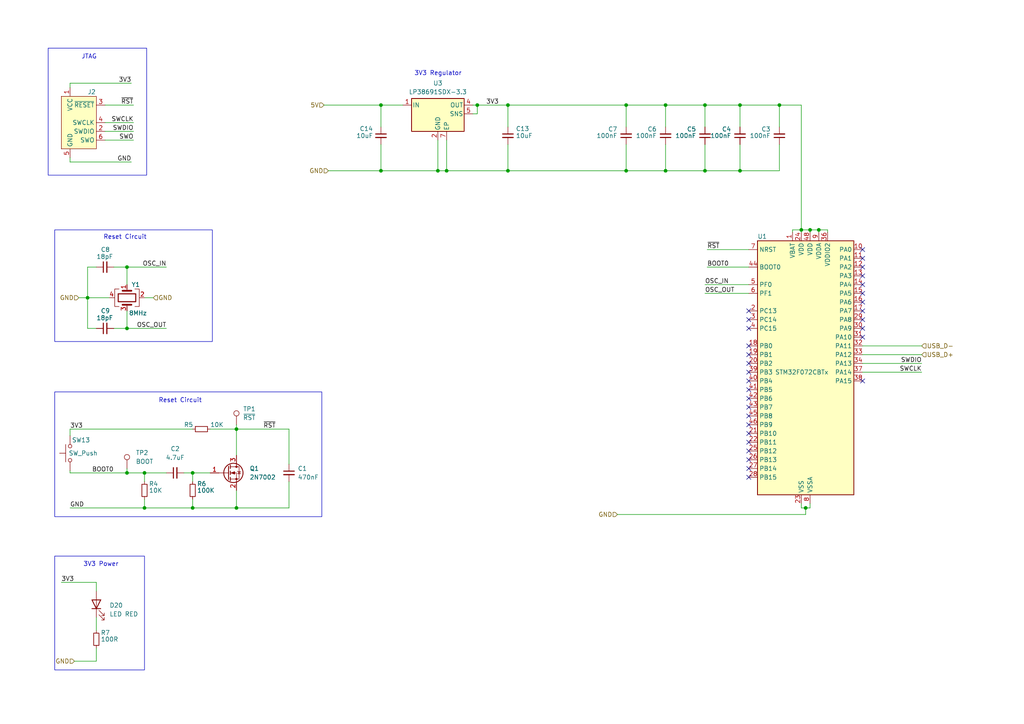
<source format=kicad_sch>
(kicad_sch (version 20231120) (generator "eeschema") (generator_version "8.0")
  (paper "A4")
  (title_block (title "Crumb Catcher") (date "2023-10-25") (rev "A") (company "MadMan"))
  (lib_symbols
    (symbol "Connector:Conn_ARM_SWD_TagConnect_TC2030-NL" (in_bom no)
      (property "Reference" "J" (at 2.54 11.43 0))
      (property "Value" "Conn_ARM_SWD_TagConnect_TC2030-NL" (at 2.54 8.89 0))
      (symbol "Conn_ARM_SWD_TagConnect_TC2030-NL_0_0"
        (pin power_in line (at -2.54 10.16 270) (length 2.54) (name "VCC") (number "1"))
        (pin bidirectional line (at 7.62 -2.54 180) (length 2.54) (name "SWDIO") (number "2"))
        (pin open_collector line (at 7.62 5.08 180) (length 2.54) (name "~{RESET}") (number "3"))
        (pin output line (at 7.62 0 180) (length 2.54) (name "SWCLK") (number "4"))
        (pin power_in line (at -2.54 -10.16 90) (length 2.54) (name "GND") (number "5"))
        (pin input line (at 7.62 -5.08 180) (length 2.54) (name "SWO") (number "6"))
      )
      (symbol "Conn_ARM_SWD_TagConnect_TC2030-NL_0_1"
        (rectangle (start -5.08 7.62) (end 5.08 -7.62) (fill (type background)))
      )
    )
    (symbol "Connector:TestPoint" (pin_numbers hide) (pin_names (offset 0.762) hide)
      (property "Reference" "TP" (at 0 6.858 0))
      (property "Value" "TestPoint" (at 0 5.08 0))
      (symbol "TestPoint_0_1"
        (circle (center 0 3.302) (radius 0.762))
      )
      (symbol "TestPoint_1_1"
        (pin passive line (at 0 0 90) (length 2.54) (name "1") (number "1"))
      )
    )
    (symbol "Device:C_Small" (pin_numbers hide) (pin_names (offset 0.254) hide)
      (property "Reference" "C" (at 0.254 1.778 0))
      (property "Value" "C_Small" (at 0.254 -2.032 0))
      (symbol "C_Small_0_1"
        (polyline (pts (xy -1.524 -0.508) (xy 1.524 -0.508)) (stroke (width 0.3302)))
        (polyline (pts (xy -1.524 0.508) (xy 1.524 0.508)) (stroke (width 0.3048)))
      )
      (symbol "C_Small_1_1"
        (pin passive line (at 0 2.54 270) (length 2.032) (name "~") (number "1"))
        (pin passive line (at 0 -2.54 90) (length 2.032) (name "~") (number "2"))
      )
    )
    (symbol "Device:Crystal_GND24" (pin_names (offset 1.016) hide)
      (property "Reference" "Y" (at 3.175 5.08 0))
      (property "Value" "Crystal_GND24" (at 3.175 3.175 0))
      (symbol "Crystal_GND24_0_1"
        (rectangle (start -1.143 2.54) (end 1.143 -2.54) (stroke (width 0.3048)))
        (polyline (pts (xy -2.54 0) (xy -2.032 0)))
        (polyline (pts (xy -2.032 -1.27) (xy -2.032 1.27)) (stroke (width 0.508)))
        (polyline (pts (xy 0 -3.81) (xy 0 -3.556)))
        (polyline (pts (xy 0 3.556) (xy 0 3.81)))
        (polyline (pts (xy 2.032 -1.27) (xy 2.032 1.27)) (stroke (width 0.508)))
        (polyline (pts (xy 2.032 0) (xy 2.54 0)))
        (polyline (pts (xy -2.54 -2.286) (xy -2.54 -3.556) (xy 2.54 -3.556) (xy 2.54 -2.286)))
        (polyline (pts (xy -2.54 2.286) (xy -2.54 3.556) (xy 2.54 3.556) (xy 2.54 2.286)))
      )
      (symbol "Crystal_GND24_1_1"
        (pin passive line (at -3.81 0 0) (length 1.27) (name "1") (number "1"))
        (pin passive line (at 0 5.08 270) (length 1.27) (name "2") (number "2"))
        (pin passive line (at 3.81 0 180) (length 1.27) (name "3") (number "3"))
        (pin passive line (at 0 -5.08 90) (length 1.27) (name "4") (number "4"))
      )
    )
    (symbol "Device:LED" (pin_numbers hide) (pin_names (offset 1.016) hide)
      (property "Reference" "D" (at 0 2.54 0))
      (property "Value" "LED" (at 0 -2.54 0))
      (symbol "LED_0_1"
        (polyline (pts (xy -1.27 -1.27) (xy -1.27 1.27)) (stroke (width 0.254)))
        (polyline (pts (xy -1.27 0) (xy 1.27 0)))
        (polyline (pts (xy 1.27 -1.27) (xy 1.27 1.27) (xy -1.27 0) (xy 1.27 -1.27)) (stroke (width 0.254)))
        (polyline (pts (xy -3.048 -0.762) (xy -4.572 -2.286) (xy -3.81 -2.286) (xy -4.572 -2.286) (xy -4.572 -1.524)))
        (polyline (pts (xy -1.778 -0.762) (xy -3.302 -2.286) (xy -2.54 -2.286) (xy -3.302 -2.286) (xy -3.302 -1.524)))
      )
      (symbol "LED_1_1"
        (pin passive line (at -3.81 0 0) (length 2.54) (name "K") (number "1"))
        (pin passive line (at 3.81 0 180) (length 2.54) (name "A") (number "2"))
      )
    )
    (symbol "Device:R_Small" (pin_numbers hide) (pin_names (offset 0.254) hide)
      (property "Reference" "R" (at 0.762 0.508 0))
      (property "Value" "R_Small" (at 0.762 -1.016 0))
      (symbol "R_Small_0_1"
        (rectangle (start -0.762 1.778) (end 0.762 -1.778) (stroke (width 0.2032)))
      )
      (symbol "R_Small_1_1"
        (pin passive line (at 0 2.54 270) (length 0.762) (name "~") (number "1"))
        (pin passive line (at 0 -2.54 90) (length 0.762) (name "~") (number "2"))
      )
    )
    (symbol "MCU_ST_STM32F0:STM32F072CBTx"
      (property "Reference" "U" (at -12.7 39.37 0))
      (property "Value" "STM32F072CBTx" (at 10.16 39.37 0))
      (symbol "STM32F072CBTx_0_1"
        (rectangle (start -12.7 -35.56) (end 15.24 38.1) (stroke (width 0.254)) (fill (type background)))
      )
      (symbol "STM32F072CBTx_1_1"
        (pin power_in line (at -2.54 40.64 270) (length 2.54) (name "VBAT") (number "1"))
        (pin bidirectional line (at 17.78 35.56 180) (length 2.54) (name "PA0") (number "10"))
        (pin bidirectional line (at 17.78 33.02 180) (length 2.54) (name "PA1") (number "11"))
        (pin bidirectional line (at 17.78 30.48 180) (length 2.54) (name "PA2") (number "12"))
        (pin bidirectional line (at 17.78 27.94 180) (length 2.54) (name "PA3") (number "13"))
        (pin bidirectional line (at 17.78 25.4 180) (length 2.54) (name "PA4") (number "14"))
        (pin bidirectional line (at 17.78 22.86 180) (length 2.54) (name "PA5") (number "15"))
        (pin bidirectional line (at 17.78 20.32 180) (length 2.54) (name "PA6") (number "16"))
        (pin bidirectional line (at 17.78 17.78 180) (length 2.54) (name "PA7") (number "17"))
        (pin bidirectional line (at -15.24 7.62 0) (length 2.54) (name "PB0") (number "18"))
        (pin bidirectional line (at -15.24 5.08 0) (length 2.54) (name "PB1") (number "19"))
        (pin bidirectional line (at -15.24 17.78 0) (length 2.54) (name "PC13") (number "2"))
        (pin bidirectional line (at -15.24 2.54 0) (length 2.54) (name "PB2") (number "20"))
        (pin bidirectional line (at -15.24 -17.78 0) (length 2.54) (name "PB10") (number "21"))
        (pin bidirectional line (at -15.24 -20.32 0) (length 2.54) (name "PB11") (number "22"))
        (pin power_in line (at 0 -38.1 90) (length 2.54) (name "VSS") (number "23"))
        (pin power_in line (at 0 40.64 270) (length 2.54) (name "VDD") (number "24"))
        (pin bidirectional line (at -15.24 -22.86 0) (length 2.54) (name "PB12") (number "25"))
        (pin bidirectional line (at -15.24 -25.4 0) (length 2.54) (name "PB13") (number "26"))
        (pin bidirectional line (at -15.24 -27.94 0) (length 2.54) (name "PB14") (number "27"))
        (pin bidirectional line (at -15.24 -30.48 0) (length 2.54) (name "PB15") (number "28"))
        (pin bidirectional line (at 17.78 15.24 180) (length 2.54) (name "PA8") (number "29"))
        (pin bidirectional line (at -15.24 15.24 0) (length 2.54) (name "PC14") (number "3"))
        (pin bidirectional line (at 17.78 12.7 180) (length 2.54) (name "PA9") (number "30"))
        (pin bidirectional line (at 17.78 10.16 180) (length 2.54) (name "PA10") (number "31"))
        (pin bidirectional line (at 17.78 7.62 180) (length 2.54) (name "PA11") (number "32"))
        (pin bidirectional line (at 17.78 5.08 180) (length 2.54) (name "PA12") (number "33"))
        (pin bidirectional line (at 17.78 2.54 180) (length 2.54) (name "PA13") (number "34"))
        (pin passive line (at 0 -38.1 90) (length 2.54) hide (name "VSS") (number "35"))
        (pin power_in line (at 7.62 40.64 270) (length 2.54) (name "VDDIO2") (number "36"))
        (pin bidirectional line (at 17.78 0 180) (length 2.54) (name "PA14") (number "37"))
        (pin bidirectional line (at 17.78 -2.54 180) (length 2.54) (name "PA15") (number "38"))
        (pin bidirectional line (at -15.24 0 0) (length 2.54) (name "PB3") (number "39"))
        (pin bidirectional line (at -15.24 12.7 0) (length 2.54) (name "PC15") (number "4"))
        (pin bidirectional line (at -15.24 -2.54 0) (length 2.54) (name "PB4") (number "40"))
        (pin bidirectional line (at -15.24 -5.08 0) (length 2.54) (name "PB5") (number "41"))
        (pin bidirectional line (at -15.24 -7.62 0) (length 2.54) (name "PB6") (number "42"))
        (pin bidirectional line (at -15.24 -10.16 0) (length 2.54) (name "PB7") (number "43"))
        (pin input line (at -15.24 30.48 0) (length 2.54) (name "BOOT0") (number "44"))
        (pin bidirectional line (at -15.24 -12.7 0) (length 2.54) (name "PB8") (number "45"))
        (pin bidirectional line (at -15.24 -15.24 0) (length 2.54) (name "PB9") (number "46"))
        (pin passive line (at 0 -38.1 90) (length 2.54) hide (name "VSS") (number "47"))
        (pin power_in line (at 2.54 40.64 270) (length 2.54) (name "VDD") (number "48"))
        (pin bidirectional line (at -15.24 25.4 0) (length 2.54) (name "PF0") (number "5"))
        (pin bidirectional line (at -15.24 22.86 0) (length 2.54) (name "PF1") (number "6"))
        (pin input line (at -15.24 35.56 0) (length 2.54) (name "NRST") (number "7"))
        (pin power_in line (at 2.54 -38.1 90) (length 2.54) (name "VSSA") (number "8"))
        (pin power_in line (at 5.08 40.64 270) (length 2.54) (name "VDDA") (number "9"))
      )
    )
    (symbol "Regulator_Linear:LP38691SD-3.3" (pin_names (offset 0.254))
      (property "Reference" "U" (at -6.35 5.715 0))
      (property "Value" "LP38691SD-3.3" (at 0 5.715 0))
      (symbol "LP38691SD-3.3_0_1"
        (rectangle (start -7.62 -5.08) (end 7.62 4.445) (stroke (width 0.254)) (fill (type background)))
      )
      (symbol "LP38691SD-3.3_1_1"
        (pin power_in line (at -10.16 2.54 0) (length 2.54) (name "IN") (number "1"))
        (pin power_in line (at 0 -7.62 90) (length 2.54) (name "GND") (number "2"))
        (pin no_connect line (at -7.62 0 0) (length 2.54) hide (name "NC") (number "3"))
        (pin power_out line (at 10.16 2.54 180) (length 2.54) (name "OUT") (number "4"))
        (pin input line (at 10.16 0 180) (length 2.54) (name "SNS") (number "5"))
        (pin passive line (at -10.16 2.54 0) (length 2.54) hide (name "IN") (number "6"))
        (pin passive line (at 2.54 -7.62 90) (length 2.54) (name "EP") (number "7"))
      )
    )
    (symbol "Switch:SW_Push" (pin_numbers hide) (pin_names (offset 1.016) hide)
      (property "Reference" "SW" (at 1.27 2.54 0))
      (property "Value" "SW_Push" (at 0 -1.524 0))
      (symbol "SW_Push_0_1"
        (circle (center -2.032 0) (radius 0.508))
        (polyline (pts (xy 0 1.27) (xy 0 3.048)))
        (polyline (pts (xy 2.54 1.27) (xy -2.54 1.27)))
        (circle (center 2.032 0) (radius 0.508))
        (pin passive line (at -5.08 0 0) (length 2.54) (name "1") (number "1"))
        (pin passive line (at 5.08 0 180) (length 2.54) (name "2") (number "2"))
      )
    )
    (symbol "Transistor_FET:2N7002" (pin_names hide)
      (property "Reference" "Q" (at 5.08 1.905 0))
      (property "Value" "2N7002" (at 5.08 0 0))
      (symbol "2N7002_0_1"
        (polyline (pts (xy 0.254 0) (xy -2.54 0)))
        (polyline (pts (xy 0.254 1.905) (xy 0.254 -1.905)) (stroke (width 0.254)))
        (polyline (pts (xy 0.762 -1.27) (xy 0.762 -2.286)) (stroke (width 0.254)))
        (polyline (pts (xy 0.762 0.508) (xy 0.762 -0.508)) (stroke (width 0.254)))
        (polyline (pts (xy 0.762 2.286) (xy 0.762 1.27)) (stroke (width 0.254)))
        (polyline (pts (xy 2.54 2.54) (xy 2.54 1.778)))
        (polyline (pts (xy 2.54 -2.54) (xy 2.54 0) (xy 0.762 0)))
        (polyline (pts (xy 0.762 -1.778) (xy 3.302 -1.778) (xy 3.302 1.778) (xy 0.762 1.778)))
        (polyline (pts (xy 1.016 0) (xy 2.032 0.381) (xy 2.032 -0.381) (xy 1.016 0)) (fill (type outline)))
        (polyline (pts (xy 2.794 0.508) (xy 2.921 0.381) (xy 3.683 0.381) (xy 3.81 0.254)))
        (polyline (pts (xy 3.302 0.381) (xy 2.921 -0.254) (xy 3.683 -0.254) (xy 3.302 0.381)))
        (circle (center 1.651 0) (radius 2.794) (stroke (width 0.254)))
        (circle (center 2.54 -1.778) (radius 0.254) (fill (type outline)))
        (circle (center 2.54 1.778) (radius 0.254) (fill (type outline)))
      )
      (symbol "2N7002_1_1"
        (pin input line (at -5.08 0 0) (length 2.54) (name "G") (number "1"))
        (pin passive line (at 2.54 -5.08 90) (length 2.54) (name "S") (number "2"))
        (pin passive line (at 2.54 5.08 270) (length 2.54) (name "D") (number "3"))
      )
    )
  )
  (junction (at 25.4 86.36))
  (junction (at 68.58 124.46))
  (junction (at 237.49 66.675))
  (junction (at 181.61 49.53))
  (junction (at 55.88 137.16))
  (junction (at 181.61 30.48))
  (junction (at 129.54 49.53))
  (junction (at 110.49 49.53))
  (junction (at 204.47 49.53))
  (junction (at 214.63 30.48))
  (junction (at 193.04 49.53))
  (junction (at 127 49.53))
  (junction (at 36.83 95.25))
  (junction (at 147.32 30.48))
  (junction (at 214.63 49.53))
  (junction (at 41.91 147.32))
  (junction (at 226.06 30.48))
  (junction (at 193.04 30.48))
  (junction (at 232.41 66.675))
  (junction (at 110.49 30.48))
  (junction (at 204.47 30.48))
  (junction (at 36.83 137.16))
  (junction (at 234.95 66.675))
  (junction (at 55.88 147.32))
  (junction (at 68.58 147.32))
  (junction (at 36.83 77.47))
  (junction (at 138.43 30.48))
  (junction (at 147.32 49.53))
  (junction (at 233.68 147.32))
  (junction (at 41.91 137.16))
  (no_connect (at 217.17 102.87))
  (no_connect (at 250.19 80.01))
  (no_connect (at 250.19 110.49))
  (no_connect (at 217.17 128.27))
  (no_connect (at 250.19 77.47))
  (no_connect (at 217.17 110.49))
  (no_connect (at 250.19 72.39))
  (no_connect (at 250.19 82.55))
  (no_connect (at 217.17 130.81))
  (no_connect (at 217.17 95.25))
  (no_connect (at 250.19 92.71))
  (no_connect (at 250.19 85.09))
  (no_connect (at 250.19 90.17))
  (no_connect (at 217.17 113.03))
  (no_connect (at 217.17 133.35))
  (no_connect (at 217.17 115.57))
  (no_connect (at 217.17 125.73))
  (no_connect (at 217.17 100.33))
  (no_connect (at 217.17 107.95))
  (no_connect (at 250.19 95.25))
  (no_connect (at 217.17 92.71))
  (no_connect (at 217.17 138.43))
  (no_connect (at 250.19 97.79))
  (no_connect (at 217.17 90.17))
  (no_connect (at 250.19 74.93))
  (no_connect (at 217.17 105.41))
  (no_connect (at 217.17 118.11))
  (no_connect (at 217.17 123.19))
  (no_connect (at 217.17 135.89))
  (no_connect (at 250.19 87.63))
  (no_connect (at 217.17 120.65))
  (wire (pts (xy 193.04 30.48) (xy 193.04 36.83)))
  (wire (pts (xy 20.32 137.16) (xy 36.83 137.16)))
  (wire (pts (xy 214.63 41.91) (xy 214.63 49.53)))
  (wire (pts (xy 41.91 137.16) (xy 41.91 139.7)))
  (wire (pts (xy 95.25 49.53) (xy 110.49 49.53)))
  (wire (pts (xy 234.95 147.32) (xy 234.95 146.05)))
  (wire (pts (xy 232.41 147.32) (xy 232.41 146.05)))
  (wire (pts (xy 20.32 124.46) (xy 20.32 126.365)))
  (wire (pts (xy 44.45 86.36) (xy 41.91 86.36)))
  (wire (pts (xy 179.07 149.225) (xy 233.68 149.225)))
  (wire (pts (xy 138.43 33.02) (xy 137.16 33.02)))
  (wire (pts (xy 240.03 66.675) (xy 240.03 67.31)))
  (wire (pts (xy 27.94 95.25) (xy 25.4 95.25)))
  (wire (pts (xy 233.68 149.225) (xy 233.68 147.32)))
  (wire (pts (xy 233.68 147.32) (xy 234.95 147.32)))
  (wire (pts (xy 17.78 168.91) (xy 27.94 168.91)))
  (wire (pts (xy 25.4 77.47) (xy 25.4 86.36)))
  (wire (pts (xy 30.48 30.48) (xy 38.735 30.48)))
  (wire (pts (xy 55.88 144.78) (xy 55.88 147.32)))
  (wire (pts (xy 30.48 40.64) (xy 38.735 40.64)))
  (wire (pts (xy 83.82 139.7) (xy 83.82 147.32)))
  (wire (pts (xy 237.49 66.675) (xy 240.03 66.675)))
  (wire (pts (xy 127 49.53) (xy 127 40.64)))
  (wire (pts (xy 60.96 124.46) (xy 68.58 124.46)))
  (wire (pts (xy 181.61 49.53) (xy 193.04 49.53)))
  (wire (pts (xy 20.32 147.32) (xy 41.91 147.32)))
  (wire (pts (xy 250.19 107.95) (xy 267.335 107.95)))
  (wire (pts (xy 250.19 100.33) (xy 267.335 100.33)))
  (wire (pts (xy 129.54 49.53) (xy 147.32 49.53)))
  (wire (pts (xy 214.63 30.48) (xy 226.06 30.48)))
  (wire (pts (xy 53.34 137.16) (xy 55.88 137.16)))
  (wire (pts (xy 110.49 49.53) (xy 127 49.53)))
  (wire (pts (xy 68.58 124.46) (xy 83.82 124.46)))
  (wire (pts (xy 41.91 147.32) (xy 41.91 144.78)))
  (wire (pts (xy 205.105 72.39) (xy 217.17 72.39)))
  (wire (pts (xy 193.04 49.53) (xy 204.47 49.53)))
  (wire (pts (xy 234.95 66.675) (xy 237.49 66.675)))
  (wire (pts (xy 36.83 90.17) (xy 36.83 95.25)))
  (wire (pts (xy 181.61 30.48) (xy 181.61 36.83)))
  (wire (pts (xy 204.47 30.48) (xy 204.47 36.83)))
  (wire (pts (xy 147.32 41.91) (xy 147.32 49.53)))
  (wire (pts (xy 27.94 168.91) (xy 27.94 171.45)))
  (wire (pts (xy 232.41 30.48) (xy 232.41 66.675)))
  (wire (pts (xy 38.1 24.13) (xy 20.32 24.13)))
  (wire (pts (xy 38.1 46.99) (xy 20.32 46.99)))
  (wire (pts (xy 27.94 77.47) (xy 25.4 77.47)))
  (wire (pts (xy 232.41 66.675) (xy 232.41 67.31)))
  (wire (pts (xy 93.98 30.48) (xy 110.49 30.48)))
  (wire (pts (xy 20.32 46.99) (xy 20.32 45.72)))
  (wire (pts (xy 232.41 30.48) (xy 226.06 30.48)))
  (wire (pts (xy 226.06 30.48) (xy 226.06 36.83)))
  (wire (pts (xy 147.32 30.48) (xy 181.61 30.48)))
  (wire (pts (xy 204.47 85.09) (xy 217.17 85.09)))
  (wire (pts (xy 181.61 30.48) (xy 193.04 30.48)))
  (wire (pts (xy 138.43 30.48) (xy 138.43 33.02)))
  (wire (pts (xy 41.91 137.16) (xy 48.26 137.16)))
  (wire (pts (xy 83.82 124.46) (xy 83.82 134.62)))
  (wire (pts (xy 25.4 95.25) (xy 25.4 86.36)))
  (wire (pts (xy 138.43 30.48) (xy 147.32 30.48)))
  (wire (pts (xy 25.4 86.36) (xy 31.75 86.36)))
  (wire (pts (xy 129.54 49.53) (xy 129.54 40.64)))
  (wire (pts (xy 205.105 77.47) (xy 217.17 77.47)))
  (wire (pts (xy 30.48 35.56) (xy 38.735 35.56)))
  (wire (pts (xy 22.86 86.36) (xy 25.4 86.36)))
  (wire (pts (xy 36.83 77.47) (xy 48.26 77.47)))
  (wire (pts (xy 36.83 82.55) (xy 36.83 77.47)))
  (wire (pts (xy 33.02 95.25) (xy 36.83 95.25)))
  (wire (pts (xy 226.06 41.91) (xy 226.06 49.53)))
  (wire (pts (xy 55.88 137.16) (xy 55.88 139.7)))
  (wire (pts (xy 68.58 123.19) (xy 68.58 124.46)))
  (wire (pts (xy 20.32 124.46) (xy 55.88 124.46)))
  (wire (pts (xy 229.87 66.675) (xy 229.87 67.31)))
  (wire (pts (xy 147.32 49.53) (xy 181.61 49.53)))
  (wire (pts (xy 68.58 142.24) (xy 68.58 147.32)))
  (wire (pts (xy 147.32 30.48) (xy 147.32 36.83)))
  (wire (pts (xy 214.63 49.53) (xy 226.06 49.53)))
  (wire (pts (xy 204.47 82.55) (xy 217.17 82.55)))
  (wire (pts (xy 181.61 41.91) (xy 181.61 49.53)))
  (wire (pts (xy 110.49 30.48) (xy 116.84 30.48)))
  (wire (pts (xy 204.47 41.91) (xy 204.47 49.53)))
  (wire (pts (xy 55.88 137.16) (xy 60.96 137.16)))
  (wire (pts (xy 68.58 147.32) (xy 83.82 147.32)))
  (wire (pts (xy 27.94 179.07) (xy 27.94 182.88)))
  (wire (pts (xy 232.41 66.675) (xy 234.95 66.675)))
  (wire (pts (xy 138.43 30.48) (xy 137.16 30.48)))
  (wire (pts (xy 20.32 24.13) (xy 20.32 25.4)))
  (wire (pts (xy 127 49.53) (xy 129.54 49.53)))
  (wire (pts (xy 234.95 66.675) (xy 234.95 67.31)))
  (wire (pts (xy 250.19 105.41) (xy 267.335 105.41)))
  (wire (pts (xy 30.48 38.1) (xy 38.735 38.1)))
  (wire (pts (xy 214.63 30.48) (xy 214.63 36.83)))
  (wire (pts (xy 232.41 147.32) (xy 233.68 147.32)))
  (wire (pts (xy 36.83 95.25) (xy 48.26 95.25)))
  (wire (pts (xy 193.04 41.91) (xy 193.04 49.53)))
  (wire (pts (xy 204.47 49.53) (xy 214.63 49.53)))
  (wire (pts (xy 110.49 41.91) (xy 110.49 49.53)))
  (wire (pts (xy 36.83 137.16) (xy 41.91 137.16)))
  (wire (pts (xy 250.19 102.87) (xy 267.335 102.87)))
  (wire (pts (xy 21.59 191.77) (xy 27.94 191.77)))
  (wire (pts (xy 237.49 66.675) (xy 237.49 67.31)))
  (wire (pts (xy 55.88 147.32) (xy 68.58 147.32)))
  (wire (pts (xy 20.32 137.16) (xy 20.32 136.525)))
  (wire (pts (xy 110.49 30.48) (xy 110.49 36.83)))
  (wire (pts (xy 68.58 124.46) (xy 68.58 132.08)))
  (wire (pts (xy 55.88 147.32) (xy 41.91 147.32)))
  (wire (pts (xy 214.63 30.48) (xy 204.47 30.48)))
  (wire (pts (xy 229.87 66.675) (xy 232.41 66.675)))
  (wire (pts (xy 36.83 135.89) (xy 36.83 137.16)))
  (wire (pts (xy 193.04 30.48) (xy 204.47 30.48)))
  (wire (pts (xy 33.02 77.47) (xy 36.83 77.47)))
  (wire (pts (xy 27.94 187.96) (xy 27.94 191.77)))
  (rectangle (start 13.97 13.97) (end 42.545 50.8))
  (rectangle (start 15.875 66.675) (end 61.595 99.06))
  (rectangle (start 15.875 161.29) (end 41.91 194.31))
  (rectangle (start 15.875 113.665) (end 93.345 149.86))
  (text "3V3 Regulator" (at 120.142 22.098 0) (effects (font (size 1.27 1.27)) (justify left bottom)))
  (text "Reset Circuit" (at 29.972 69.596 0) (effects (font (size 1.27 1.27)) (justify left bottom)))
  (text "3V3 Power" (at 24.13 164.465 0) (effects (font (size 1.27 1.27)) (justify left bottom)))
  (text "JTAG" (at 23.622 17.272 0) (effects (font (size 1.27 1.27)) (justify left bottom)))
  (text "Reset Circuit" (at 45.974 116.967 0) (effects (font (size 1.27 1.27)) (justify left bottom)))
  (label "BOOT0" (at 26.67 137.16 0))
  (label "~{RST}" (at 80.01 124.46 180))
  (label "GND" (at 38.1 46.99 180))
  (label "SWCLK" (at 38.735 35.56 180))
  (label "3V3" (at 20.32 124.46 0))
  (label "3V3" (at 140.97 30.48 0))
  (label "~{RST}" (at 38.735 30.48 180))
  (label "OSC_IN" (at 204.47 82.55 0))
  (label "3V3" (at 17.78 168.91 0))
  (label "SWO" (at 38.735 40.64 180))
  (label "SWDIO" (at 267.335 105.41 180))
  (label "BOOT0" (at 205.105 77.47 0))
  (label "~{RST}" (at 205.105 72.39 0))
  (label "OSC_OUT" (at 48.26 95.25 180))
  (label "OSC_OUT" (at 204.47 85.09 0))
  (label "3V3" (at 38.1 24.13 180))
  (label "OSC_IN" (at 48.26 77.47 180))
  (label "GND" (at 20.32 147.32 0))
  (label "SWDIO" (at 38.735 38.1 180))
  (label "SWCLK" (at 267.335 107.95 180))
  (hierarchical_label "5V" (shape input) (at 93.98 30.48 180))
  (hierarchical_label "GND" (shape input) (at 95.25 49.53 180))
  (hierarchical_label "GND" (shape input) (at 22.86 86.36 180))
  (hierarchical_label "GND" (shape input) (at 44.45 86.36 0))
  (hierarchical_label "USB_D-" (shape input) (at 267.335 100.33 0))
  (hierarchical_label "GND" (shape input) (at 179.07 149.225 180))
  (hierarchical_label "GND" (shape input) (at 21.59 191.77 180))
  (hierarchical_label "USB_D+" (shape input) (at 267.335 102.87 0))
  (symbol (lib_id "Device:C_Small") (at 181.61 39.37 0) (mirror x) (unit 1)
    (property "Reference" "C7" (at 179.07 37.465 0) (effects (justify right)))
    (property "Value" "100nF" (at 179.07 39.37 0) (effects (justify right)))
    (property "Footprint" "Capacitor_SMD:C_0402_1005Metric" (effects (hide yes)))
    (property "Datasheet" "https://au.mouser.com/datasheet/2/447/KEM_C1002_X7R_SMD-3316098.pdf" (effects (hide yes)))
    (property "Description" "0.1 µF ±10% 25V Ceramic Capacitor X7R 0402 (1005 Metric)" (effects (hide yes)))
    (property "MPN" "C0402C104K3RAC7867 KEMET  $0.33  CAP CER 0.1UF 25V X7R 0402 Digikey 399-14148-1-ND  KEMET  $0.33  CAP CER 0.1UF 25V X7R 0402 Digikey 399-14148-1-ND " (effects (hide yes)))
    (property "Manufacturer" "KEMET" (effects (hide yes)))
    (property "Price" "$0.33 " (effects (hide yes)))
    (property "Rating" "CAP CER 0.1UF 25V X7R 0402" (effects (hide yes)))
    (property "Supplier" "Digikey" (effects (hide yes)))
    (property "Supplier PN" "399-14148-1-ND" (effects (hide yes)))
  )
  (symbol (lib_id "Connector:TestPoint") (at 68.58 123.19 0) (unit 1) (in_bom no)
    (property "Reference" "TP1" (at 70.485 118.618 0) (effects (justify left)))
    (property "Value" "~{RST}" (at 70.485 121.158 0) (effects (justify left)))
  )
  (symbol (lib_id "Regulator_Linear:LP38691SD-3.3") (at 127 33.02 0) (unit 1)
    (property "Reference" "U3" (at 127 24.13 0))
    (property "Value" "LP38691SDX-3.3" (at 127 26.67 0))
    (property "Footprint" "Package_SON:WSON-6-1EP_3x3mm_P0.95mm" (effects (hide yes)))
    (property "Datasheet" "https://www.ti.com/lit/ds/symlink/lp38691.pdf" (effects (hide yes)))
    (property "Description" "Linear Voltage Regulator IC Positive Fixed 1 Output 500mA 6-WSON (3x3)" (effects (hide yes)))
    (property "Price" "$2.40" (effects (hide yes)))
    (property "Rating" "IC REG LINEAR 3.3V 500MA 6WSON" (effects (hide yes)))
    (property "Supplier" "Digikey" (effects (hide yes)))
    (property "Supplier PN" "296-LP38691SDX-3.3/NOPBCT-ND" (effects (hide yes)))
    (property "Manufacturer" "Texas Instruments" (effects (hide yes)))
    (property "MPN" "LP38691SDX-3.3/NOPB" (effects (hide yes)))
  )
  (symbol (lib_id "Device:C_Small") (at 30.48 95.25 90) (mirror x) (unit 1)
    (property "Reference" "C9" (at 29.21 90.17 90) (effects (justify right)))
    (property "Value" "18pF" (at 27.94 92.202 90) (effects (justify right)))
    (property "Footprint" "Capacitor_SMD:C_0402_1005Metric" (effects (hide yes)))
    (property "Datasheet" "https://www.yageo.com/upload/media/product/productsearch/datasheet/mlcc/UPY-GP_NP0_16V-to-50V_18.pdf" (effects (hide yes)))
    (property "Description" "18 pF ±1% 50V Ceramic Capacitor C0G, NP0 0402 (1005 Metric)" (effects (hide yes)))
    (property "MPN" "CC0402FRNPO9BN180" (effects (hide yes)))
    (property "Manufacturer" "YAGEO" (effects (hide yes)))
    (property "Price" "$0.16 " (effects (hide yes)))
    (property "Rating" "CAP CER 18PF 50V C0G/NPO 0402" (effects (hide yes)))
    (property "Supplier" "Digikey" (effects (hide yes)))
    (property "Supplier PN" "311-1643-1-ND" (effects (hide yes)))
  )
  (symbol (lib_id "MCU_ST_STM32F0:STM32F072CBTx") (at 232.41 107.95 0) (unit 1)
    (property "Reference" "U1" (at 219.71 68.58 0) (effects (justify left)))
    (property "Value" "STM32F072CBTx" (at 224.79 107.95 0) (effects (justify left)))
    (property "Footprint" "Package_QFP:LQFP-48_7x7mm_P0.5mm" (effects (hide yes)))
    (property "Datasheet" "https://www.st.com/resource/en/datasheet/stm32f072cb.pdf" (effects (hide yes)))
  )
  (symbol (lib_id "Device:C_Small") (at 226.06 39.37 0) (mirror x) (unit 1)
    (property "Reference" "C3" (at 223.52 37.465 0) (effects (justify right)))
    (property "Value" "100nF" (at 223.52 39.37 0) (effects (justify right)))
    (property "Footprint" "Capacitor_SMD:C_0402_1005Metric" (effects (hide yes)))
    (property "Datasheet" "https://au.mouser.com/datasheet/2/447/KEM_C1002_X7R_SMD-3316098.pdf" (effects (hide yes)))
    (property "Description" "0.1 µF ±10% 25V Ceramic Capacitor X7R 0402 (1005 Metric)" (effects (hide yes)))
    (property "MPN" "C0402C104K3RAC7867 KEMET  $0.33  CAP CER 0.1UF 25V X7R 0402 Digikey 399-14148-1-ND  KEMET  $0.33  CAP CER 0.1UF 25V X7R 0402 Digikey 399-14148-1-ND " (effects (hide yes)))
    (property "Manufacturer" "KEMET" (effects (hide yes)))
    (property "Price" "$0.33 " (effects (hide yes)))
    (property "Rating" "CAP CER 0.1UF 25V X7R 0402" (effects (hide yes)))
    (property "Supplier" "Digikey" (effects (hide yes)))
    (property "Supplier PN" "399-14148-1-ND" (effects (hide yes)))
  )
  (symbol (lib_id "Device:R_Small") (at 27.94 185.42 180) (unit 1)
    (property "Reference" "R7" (at 29.21 183.515 0) (effects (justify right)))
    (property "Value" "100R" (at 29.21 185.42 0) (effects (justify right)))
    (property "Footprint" "Resistor_SMD:R_0603_1608Metric" (effects (hide yes)))
  )
  (symbol (lib_id "Device:C_Small") (at 30.48 77.47 90) (mirror x) (unit 1)
    (property "Reference" "C8" (at 29.21 72.39 90) (effects (justify right)))
    (property "Value" "18pF" (at 27.94 74.422 90) (effects (justify right)))
    (property "Footprint" "Capacitor_SMD:C_0402_1005Metric" (effects (hide yes)))
    (property "Datasheet" "https://www.yageo.com/upload/media/product/productsearch/datasheet/mlcc/UPY-GP_NP0_16V-to-50V_18.pdf" (effects (hide yes)))
    (property "Description" "18 pF ±1% 50V Ceramic Capacitor C0G, NP0 0402 (1005 Metric)" (effects (hide yes)))
    (property "MPN" "CC0402FRNPO9BN180" (effects (hide yes)))
    (property "Manufacturer" "YAGEO" (effects (hide yes)))
    (property "Price" "$0.16 " (effects (hide yes)))
    (property "Rating" "CAP CER 18PF 50V C0G/NPO 0402" (effects (hide yes)))
    (property "Supplier" "Digikey" (effects (hide yes)))
    (property "Supplier PN" "311-1643-1-ND" (effects (hide yes)))
  )
  (symbol (lib_id "Transistor_FET:2N7002") (at 66.04 137.16 0) (unit 1)
    (property "Reference" "Q1" (at 72.39 135.89 0) (effects (justify left)))
    (property "Value" "2N7002" (at 72.39 138.43 0) (effects (justify left)))
    (property "Footprint" "Package_TO_SOT_SMD:SOT-23" (effects (hide yes)))
    (property "Datasheet" "https://www.onsemi.com/pub/Collateral/NDS7002A-D.PDF" (effects (hide yes)))
  )
  (symbol (lib_id "Device:C_Small") (at 147.32 39.37 0) (unit 1)
    (property "Reference" "C13" (at 149.606 37.338 0) (effects (justify left)))
    (property "Value" "10uF" (at 149.606 39.37 0) (effects (justify left)))
    (property "Footprint" "Capacitor_SMD:C_0805_2012Metric" (effects (hide yes)))
    (property "Datasheet" "https://au.mouser.com/datasheet/2/447/KEM_C1006_X5R_SMD-3316465.pdf" (effects (hide yes)))
    (property "Description" "10 µF ±10% 25V Ceramic Capacitor X5R 0805 (2012 Metric)" (effects (hide yes)))
    (property "Price" "$0.43" (effects (hide yes)))
    (property "Rating" "CAP CER 10UF 25V X5R 0805" (effects (hide yes)))
    (property "Supplier" "Digikey" (effects (hide yes)))
    (property "Supplier PN" "399-11939-1-ND" (effects (hide yes)))
    (property "Manufacturer" "KEMET" (effects (hide yes)))
    (property "MPN" "C0805C106K3PAC7800" (effects (hide yes)))
  )
  (symbol (lib_id "Device:C_Small") (at 50.8 137.16 90) (unit 1)
    (property "Reference" "C2" (at 50.8063 130.175 90))
    (property "Value" "4.7uF" (at 50.8063 132.715 90))
    (property "Footprint" "Capacitor_SMD:C_0603_1608Metric" (effects (hide yes)))
  )
  (symbol (lib_id "Device:C_Small") (at 110.49 39.37 0) (mirror y) (unit 1)
    (property "Reference" "C14" (at 108.204 37.338 0) (effects (justify left)))
    (property "Value" "10uF" (at 108.204 39.37 0) (effects (justify left)))
    (property "Footprint" "Capacitor_SMD:C_0805_2012Metric" (effects (hide yes)))
    (property "Datasheet" "https://au.mouser.com/datasheet/2/447/KEM_C1006_X5R_SMD-3316465.pdf" (effects (hide yes)))
    (property "Description" "10 µF ±10% 25V Ceramic Capacitor X5R 0805 (2012 Metric)" (effects (hide yes)))
    (property "Price" "$0.43" (effects (hide yes)))
    (property "Rating" "CAP CER 10UF 25V X5R 0805" (effects (hide yes)))
    (property "Supplier" "Digikey" (effects (hide yes)))
    (property "Supplier PN" "399-11939-1-ND" (effects (hide yes)))
    (property "Manufacturer" "KEMET" (effects (hide yes)))
    (property "MPN" "C0805C106K3PAC7800" (effects (hide yes)))
  )
  (symbol (lib_id "Device:C_Small") (at 214.63 39.37 0) (mirror x) (unit 1)
    (property "Reference" "C4" (at 212.09 37.465 0) (effects (justify right)))
    (property "Value" "100nF" (at 212.09 39.37 0) (effects (justify right)))
    (property "Footprint" "Capacitor_SMD:C_0402_1005Metric" (effects (hide yes)))
    (property "Datasheet" "https://au.mouser.com/datasheet/2/447/KEM_C1002_X7R_SMD-3316098.pdf" (effects (hide yes)))
    (property "Description" "0.1 µF ±10% 25V Ceramic Capacitor X7R 0402 (1005 Metric)" (effects (hide yes)))
    (property "MPN" "C0402C104K3RAC7867 KEMET  $0.33  CAP CER 0.1UF 25V X7R 0402 Digikey 399-14148-1-ND  KEMET  $0.33  CAP CER 0.1UF 25V X7R 0402 Digikey 399-14148-1-ND " (effects (hide yes)))
    (property "Manufacturer" "KEMET" (effects (hide yes)))
    (property "Price" "$0.33 " (effects (hide yes)))
    (property "Rating" "CAP CER 0.1UF 25V X7R 0402" (effects (hide yes)))
    (property "Supplier" "Digikey" (effects (hide yes)))
    (property "Supplier PN" "399-14148-1-ND" (effects (hide yes)))
  )
  (symbol (lib_id "Device:R_Small") (at 58.42 124.46 270) (unit 1)
    (property "Reference" "R5" (at 53.34 123.19 90) (effects (justify left)))
    (property "Value" "10K" (at 60.96 123.19 90) (effects (justify left)))
    (property "Footprint" "Resistor_SMD:R_0603_1608Metric" (effects (hide yes)))
  )
  (symbol (lib_id "Device:LED") (at 27.94 175.26 90) (unit 1)
    (property "Reference" "D20" (at 31.75 175.5775 90) (effects (justify right)))
    (property "Value" "LED RED" (at 31.75 178.1175 90) (effects (justify right)))
    (property "Footprint" "LED_SMD:LED_0603_1608Metric" (effects (hide yes)))
    (property "Datasheet" "https://www.we-online.com/katalog/datasheet/150060RS75000.pdf" (effects (hide yes)))
    (property "Description" "Red 625nm LED Indication - Discrete 2V 0603 (1608 Metric)" (effects (hide yes)))
    (property "MPN" "150060RS75000" (effects (hide yes)))
    (property "Manufacturer" "Würth Elektronik" (effects (hide yes)))
    (property "Supplier PN" "732-4978-1-ND" (effects (hide yes)))
    (property "Price" "$0.24 " (effects (hide yes)))
    (property "Rating" "LED RED CLEAR 0603 SMD" (effects (hide yes)))
    (property "Supplier" "Digikey" (effects (hide yes)))
  )
  (symbol (lib_id "Device:R_Small") (at 41.91 142.24 180) (unit 1)
    (property "Reference" "R4" (at 43.18 140.335 0) (effects (justify right)))
    (property "Value" "10K" (at 43.18 142.24 0) (effects (justify right)))
    (property "Footprint" "Resistor_SMD:R_0603_1608Metric" (effects (hide yes)))
  )
  (symbol (lib_id "Device:C_Small") (at 193.04 39.37 0) (mirror x) (unit 1)
    (property "Reference" "C6" (at 190.5 37.465 0) (effects (justify right)))
    (property "Value" "100nF" (at 190.5 39.37 0) (effects (justify right)))
    (property "Footprint" "Capacitor_SMD:C_0402_1005Metric" (effects (hide yes)))
    (property "Datasheet" "https://au.mouser.com/datasheet/2/447/KEM_C1002_X7R_SMD-3316098.pdf" (effects (hide yes)))
    (property "Description" "0.1 µF ±10% 25V Ceramic Capacitor X7R 0402 (1005 Metric)" (effects (hide yes)))
    (property "MPN" "C0402C104K3RAC7867 KEMET  $0.33  CAP CER 0.1UF 25V X7R 0402 Digikey 399-14148-1-ND  KEMET  $0.33  CAP CER 0.1UF 25V X7R 0402 Digikey 399-14148-1-ND " (effects (hide yes)))
    (property "Manufacturer" "KEMET" (effects (hide yes)))
    (property "Price" "$0.33 " (effects (hide yes)))
    (property "Rating" "CAP CER 0.1UF 25V X7R 0402" (effects (hide yes)))
    (property "Supplier" "Digikey" (effects (hide yes)))
    (property "Supplier PN" "399-14148-1-ND" (effects (hide yes)))
  )
  (symbol (lib_id "Switch:SW_Push") (at 20.32 131.445 90) (mirror x) (unit 1)
    (property "Reference" "SW13" (at 23.495 127.635 90))
    (property "Value" "SW_Push" (at 24.13 131.445 90))
  )
  (symbol (lib_id "Device:R_Small") (at 55.88 142.24 180) (unit 1)
    (property "Reference" "R6" (at 57.15 140.335 0) (effects (justify right)))
    (property "Value" "100K" (at 57.15 142.24 0) (effects (justify right)))
    (property "Footprint" "Resistor_SMD:R_0603_1608Metric" (effects (hide yes)))
  )
  (symbol (lib_id "Connector:Conn_ARM_SWD_TagConnect_TC2030-NL") (at 22.86 35.56 0) (unit 1) (in_bom no)
    (property "Reference" "J2" (at 25.4 26.67 0) (effects (justify left)))
    (property "Value" "Conn_ARM_SWD_TagConnect_TC2030-NL" (effects (hide yes)))
    (property "Footprint" "Connector:Tag-Connect_TC2030-IDC-NL_2x03_P1.27mm_Vertical" (effects (hide yes)))
    (property "Datasheet" "https://www.tag-connect.com/wp-content/uploads/bsk-pdf-manager/TC2030-CTX_1.pdf" (effects (hide yes)))
  )
  (symbol (lib_id "Device:Crystal_GND24") (at 36.83 86.36 270) (unit 1)
    (property "Reference" "Y1" (at 39.37 82.55 90))
    (property "Value" "8MHz" (at 40.005 90.805 90))
    (property "Footprint" "Mad_Footprints:Crystal_SMD_ECX-32-4Pin_3.2x2.5mm" (effects (hide yes)))
    (property "Datasheet" "https://ecsxtal.com/store/pdf/ecx-32.pdf" (effects (hide yes)))
    (property "Description" "8 MHz ±20ppm Crystal 12pF 400 Ohms 4-SMD, No Lead" (effects (hide yes)))
    (property "MPN" "ECS-80-12-33-JGN-TR" (effects (hide yes)))
    (property "Manufacturer" "ECS Inc." (effects (hide yes)))
    (property "Supplier" "Digikey" (effects (hide yes)))
    (property "Supplier PN" "50-ECS-80-12-33-JGN-CT-ND" (effects (hide yes)))
    (property "Price" "$1.00 " (effects (hide yes)))
    (property "Rating" "CRYSTAL 8.0000MHZ 12PF SMD" (effects (hide yes)))
  )
  (symbol (lib_id "Device:C_Small") (at 204.47 39.37 0) (mirror x) (unit 1)
    (property "Reference" "C5" (at 201.93 37.465 0) (effects (justify right)))
    (property "Value" "100nF" (at 201.93 39.37 0) (effects (justify right)))
    (property "Footprint" "Capacitor_SMD:C_0402_1005Metric" (effects (hide yes)))
    (property "Datasheet" "https://au.mouser.com/datasheet/2/447/KEM_C1002_X7R_SMD-3316098.pdf" (effects (hide yes)))
    (property "Description" "0.1 µF ±10% 25V Ceramic Capacitor X7R 0402 (1005 Metric)" (effects (hide yes)))
    (property "MPN" "C0402C104K3RAC7867 KEMET  $0.33  CAP CER 0.1UF 25V X7R 0402 Digikey 399-14148-1-ND  KEMET  $0.33  CAP CER 0.1UF 25V X7R 0402 Digikey 399-14148-1-ND " (effects (hide yes)))
    (property "Manufacturer" "KEMET" (effects (hide yes)))
    (property "Price" "$0.33 " (effects (hide yes)))
    (property "Rating" "CAP CER 0.1UF 25V X7R 0402" (effects (hide yes)))
    (property "Supplier" "Digikey" (effects (hide yes)))
    (property "Supplier PN" "399-14148-1-ND" (effects (hide yes)))
  )
  (symbol (lib_id "Connector:TestPoint") (at 36.83 135.89 0) (unit 1) (in_bom no)
    (property "Reference" "TP2" (at 39.37 131.318 0) (effects (justify left)))
    (property "Value" "BOOT" (at 39.37 133.858 0) (effects (justify left)))
  )
  (symbol (lib_id "Device:C_Small") (at 83.82 137.16 0) (unit 1)
    (property "Reference" "C1" (at 86.36 135.8963 0) (effects (justify left)))
    (property "Value" "470nF" (at 86.36 138.4363 0) (effects (justify left)))
    (property "Footprint" "Capacitor_SMD:C_0603_1608Metric" (effects (hide yes)))
  )
)
</source>
